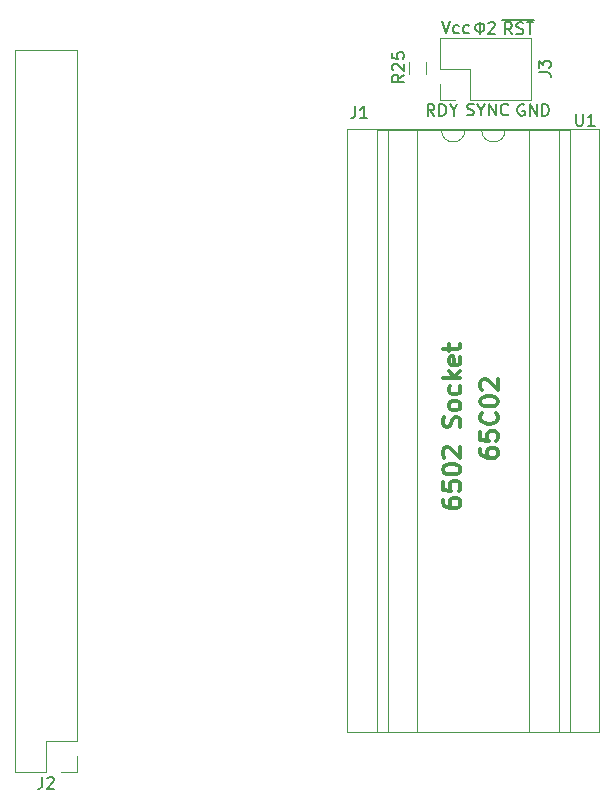
<source format=gbr>
G04 #@! TF.FileFunction,Legend,Top*
%FSLAX46Y46*%
G04 Gerber Fmt 4.6, Leading zero omitted, Abs format (unit mm)*
G04 Created by KiCad (PCBNEW 4.0.7) date 07/29/18 14:17:34*
%MOMM*%
%LPD*%
G01*
G04 APERTURE LIST*
%ADD10C,0.100000*%
%ADD11C,0.200000*%
%ADD12C,0.300000*%
%ADD13C,0.120000*%
%ADD14C,0.150000*%
G04 APERTURE END LIST*
D10*
D11*
X93188096Y-76680000D02*
X93092858Y-76632381D01*
X92950001Y-76632381D01*
X92807143Y-76680000D01*
X92711905Y-76775238D01*
X92664286Y-76870476D01*
X92616667Y-77060952D01*
X92616667Y-77203810D01*
X92664286Y-77394286D01*
X92711905Y-77489524D01*
X92807143Y-77584762D01*
X92950001Y-77632381D01*
X93045239Y-77632381D01*
X93188096Y-77584762D01*
X93235715Y-77537143D01*
X93235715Y-77203810D01*
X93045239Y-77203810D01*
X93664286Y-77632381D02*
X93664286Y-76632381D01*
X94235715Y-77632381D01*
X94235715Y-76632381D01*
X94711905Y-77632381D02*
X94711905Y-76632381D01*
X94950000Y-76632381D01*
X95092858Y-76680000D01*
X95188096Y-76775238D01*
X95235715Y-76870476D01*
X95283334Y-77060952D01*
X95283334Y-77203810D01*
X95235715Y-77394286D01*
X95188096Y-77489524D01*
X95092858Y-77584762D01*
X94950000Y-77632381D01*
X94711905Y-77632381D01*
X88351905Y-77554762D02*
X88494762Y-77602381D01*
X88732858Y-77602381D01*
X88828096Y-77554762D01*
X88875715Y-77507143D01*
X88923334Y-77411905D01*
X88923334Y-77316667D01*
X88875715Y-77221429D01*
X88828096Y-77173810D01*
X88732858Y-77126190D01*
X88542381Y-77078571D01*
X88447143Y-77030952D01*
X88399524Y-76983333D01*
X88351905Y-76888095D01*
X88351905Y-76792857D01*
X88399524Y-76697619D01*
X88447143Y-76650000D01*
X88542381Y-76602381D01*
X88780477Y-76602381D01*
X88923334Y-76650000D01*
X89542381Y-77126190D02*
X89542381Y-77602381D01*
X89209048Y-76602381D02*
X89542381Y-77126190D01*
X89875715Y-76602381D01*
X90209048Y-77602381D02*
X90209048Y-76602381D01*
X90780477Y-77602381D01*
X90780477Y-76602381D01*
X91828096Y-77507143D02*
X91780477Y-77554762D01*
X91637620Y-77602381D01*
X91542382Y-77602381D01*
X91399524Y-77554762D01*
X91304286Y-77459524D01*
X91256667Y-77364286D01*
X91209048Y-77173810D01*
X91209048Y-77030952D01*
X91256667Y-76840476D01*
X91304286Y-76745238D01*
X91399524Y-76650000D01*
X91542382Y-76602381D01*
X91637620Y-76602381D01*
X91780477Y-76650000D01*
X91828096Y-76697619D01*
X85590953Y-77642381D02*
X85257619Y-77166190D01*
X85019524Y-77642381D02*
X85019524Y-76642381D01*
X85400477Y-76642381D01*
X85495715Y-76690000D01*
X85543334Y-76737619D01*
X85590953Y-76832857D01*
X85590953Y-76975714D01*
X85543334Y-77070952D01*
X85495715Y-77118571D01*
X85400477Y-77166190D01*
X85019524Y-77166190D01*
X86019524Y-77642381D02*
X86019524Y-76642381D01*
X86257619Y-76642381D01*
X86400477Y-76690000D01*
X86495715Y-76785238D01*
X86543334Y-76880476D01*
X86590953Y-77070952D01*
X86590953Y-77213810D01*
X86543334Y-77404286D01*
X86495715Y-77499524D01*
X86400477Y-77594762D01*
X86257619Y-77642381D01*
X86019524Y-77642381D01*
X87210000Y-77166190D02*
X87210000Y-77642381D01*
X86876667Y-76642381D02*
X87210000Y-77166190D01*
X87543334Y-76642381D01*
X92152381Y-70722381D02*
X91819047Y-70246190D01*
X91580952Y-70722381D02*
X91580952Y-69722381D01*
X91961905Y-69722381D01*
X92057143Y-69770000D01*
X92104762Y-69817619D01*
X92152381Y-69912857D01*
X92152381Y-70055714D01*
X92104762Y-70150952D01*
X92057143Y-70198571D01*
X91961905Y-70246190D01*
X91580952Y-70246190D01*
X92533333Y-70674762D02*
X92676190Y-70722381D01*
X92914286Y-70722381D01*
X93009524Y-70674762D01*
X93057143Y-70627143D01*
X93104762Y-70531905D01*
X93104762Y-70436667D01*
X93057143Y-70341429D01*
X93009524Y-70293810D01*
X92914286Y-70246190D01*
X92723809Y-70198571D01*
X92628571Y-70150952D01*
X92580952Y-70103333D01*
X92533333Y-70008095D01*
X92533333Y-69912857D01*
X92580952Y-69817619D01*
X92628571Y-69770000D01*
X92723809Y-69722381D01*
X92961905Y-69722381D01*
X93104762Y-69770000D01*
X93390476Y-69722381D02*
X93961905Y-69722381D01*
X93676190Y-70722381D02*
X93676190Y-69722381D01*
X91342857Y-69550000D02*
X94057143Y-69550000D01*
X89433810Y-70692381D02*
X89433810Y-69692381D01*
X89338571Y-69835238D02*
X89529048Y-69835238D01*
X89671905Y-69882857D01*
X89767143Y-69978095D01*
X89814762Y-70073333D01*
X89814762Y-70263810D01*
X89767143Y-70359048D01*
X89671905Y-70454286D01*
X89529048Y-70501905D01*
X89338571Y-70501905D01*
X89195714Y-70454286D01*
X89100476Y-70359048D01*
X89052857Y-70263810D01*
X89052857Y-70073333D01*
X89100476Y-69978095D01*
X89195714Y-69882857D01*
X89338571Y-69835238D01*
X90148095Y-69787619D02*
X90195714Y-69740000D01*
X90290952Y-69692381D01*
X90529048Y-69692381D01*
X90624286Y-69740000D01*
X90671905Y-69787619D01*
X90719524Y-69882857D01*
X90719524Y-69978095D01*
X90671905Y-70120952D01*
X90100476Y-70692381D01*
X90719524Y-70692381D01*
X86209524Y-69642381D02*
X86542857Y-70642381D01*
X86876191Y-69642381D01*
X87638096Y-70594762D02*
X87542858Y-70642381D01*
X87352381Y-70642381D01*
X87257143Y-70594762D01*
X87209524Y-70547143D01*
X87161905Y-70451905D01*
X87161905Y-70166190D01*
X87209524Y-70070952D01*
X87257143Y-70023333D01*
X87352381Y-69975714D01*
X87542858Y-69975714D01*
X87638096Y-70023333D01*
X88495239Y-70594762D02*
X88400001Y-70642381D01*
X88209524Y-70642381D01*
X88114286Y-70594762D01*
X88066667Y-70547143D01*
X88019048Y-70451905D01*
X88019048Y-70166190D01*
X88066667Y-70070952D01*
X88114286Y-70023333D01*
X88209524Y-69975714D01*
X88400001Y-69975714D01*
X88495239Y-70023333D01*
D12*
X89478571Y-105877142D02*
X89478571Y-106162856D01*
X89550000Y-106305713D01*
X89621429Y-106377142D01*
X89835714Y-106519999D01*
X90121429Y-106591428D01*
X90692857Y-106591428D01*
X90835714Y-106519999D01*
X90907143Y-106448571D01*
X90978571Y-106305713D01*
X90978571Y-106019999D01*
X90907143Y-105877142D01*
X90835714Y-105805713D01*
X90692857Y-105734285D01*
X90335714Y-105734285D01*
X90192857Y-105805713D01*
X90121429Y-105877142D01*
X90050000Y-106019999D01*
X90050000Y-106305713D01*
X90121429Y-106448571D01*
X90192857Y-106519999D01*
X90335714Y-106591428D01*
X89478571Y-104377142D02*
X89478571Y-105091428D01*
X90192857Y-105162857D01*
X90121429Y-105091428D01*
X90050000Y-104948571D01*
X90050000Y-104591428D01*
X90121429Y-104448571D01*
X90192857Y-104377142D01*
X90335714Y-104305714D01*
X90692857Y-104305714D01*
X90835714Y-104377142D01*
X90907143Y-104448571D01*
X90978571Y-104591428D01*
X90978571Y-104948571D01*
X90907143Y-105091428D01*
X90835714Y-105162857D01*
X90835714Y-102805714D02*
X90907143Y-102877143D01*
X90978571Y-103091429D01*
X90978571Y-103234286D01*
X90907143Y-103448571D01*
X90764286Y-103591429D01*
X90621429Y-103662857D01*
X90335714Y-103734286D01*
X90121429Y-103734286D01*
X89835714Y-103662857D01*
X89692857Y-103591429D01*
X89550000Y-103448571D01*
X89478571Y-103234286D01*
X89478571Y-103091429D01*
X89550000Y-102877143D01*
X89621429Y-102805714D01*
X89478571Y-101877143D02*
X89478571Y-101734286D01*
X89550000Y-101591429D01*
X89621429Y-101520000D01*
X89764286Y-101448571D01*
X90050000Y-101377143D01*
X90407143Y-101377143D01*
X90692857Y-101448571D01*
X90835714Y-101520000D01*
X90907143Y-101591429D01*
X90978571Y-101734286D01*
X90978571Y-101877143D01*
X90907143Y-102020000D01*
X90835714Y-102091429D01*
X90692857Y-102162857D01*
X90407143Y-102234286D01*
X90050000Y-102234286D01*
X89764286Y-102162857D01*
X89621429Y-102091429D01*
X89550000Y-102020000D01*
X89478571Y-101877143D01*
X89621429Y-100805715D02*
X89550000Y-100734286D01*
X89478571Y-100591429D01*
X89478571Y-100234286D01*
X89550000Y-100091429D01*
X89621429Y-100020000D01*
X89764286Y-99948572D01*
X89907143Y-99948572D01*
X90121429Y-100020000D01*
X90978571Y-100877143D01*
X90978571Y-99948572D01*
X86298571Y-110132856D02*
X86298571Y-110418570D01*
X86370000Y-110561427D01*
X86441429Y-110632856D01*
X86655714Y-110775713D01*
X86941429Y-110847142D01*
X87512857Y-110847142D01*
X87655714Y-110775713D01*
X87727143Y-110704285D01*
X87798571Y-110561427D01*
X87798571Y-110275713D01*
X87727143Y-110132856D01*
X87655714Y-110061427D01*
X87512857Y-109989999D01*
X87155714Y-109989999D01*
X87012857Y-110061427D01*
X86941429Y-110132856D01*
X86870000Y-110275713D01*
X86870000Y-110561427D01*
X86941429Y-110704285D01*
X87012857Y-110775713D01*
X87155714Y-110847142D01*
X86298571Y-108632856D02*
X86298571Y-109347142D01*
X87012857Y-109418571D01*
X86941429Y-109347142D01*
X86870000Y-109204285D01*
X86870000Y-108847142D01*
X86941429Y-108704285D01*
X87012857Y-108632856D01*
X87155714Y-108561428D01*
X87512857Y-108561428D01*
X87655714Y-108632856D01*
X87727143Y-108704285D01*
X87798571Y-108847142D01*
X87798571Y-109204285D01*
X87727143Y-109347142D01*
X87655714Y-109418571D01*
X86298571Y-107632857D02*
X86298571Y-107490000D01*
X86370000Y-107347143D01*
X86441429Y-107275714D01*
X86584286Y-107204285D01*
X86870000Y-107132857D01*
X87227143Y-107132857D01*
X87512857Y-107204285D01*
X87655714Y-107275714D01*
X87727143Y-107347143D01*
X87798571Y-107490000D01*
X87798571Y-107632857D01*
X87727143Y-107775714D01*
X87655714Y-107847143D01*
X87512857Y-107918571D01*
X87227143Y-107990000D01*
X86870000Y-107990000D01*
X86584286Y-107918571D01*
X86441429Y-107847143D01*
X86370000Y-107775714D01*
X86298571Y-107632857D01*
X86441429Y-106561429D02*
X86370000Y-106490000D01*
X86298571Y-106347143D01*
X86298571Y-105990000D01*
X86370000Y-105847143D01*
X86441429Y-105775714D01*
X86584286Y-105704286D01*
X86727143Y-105704286D01*
X86941429Y-105775714D01*
X87798571Y-106632857D01*
X87798571Y-105704286D01*
X87727143Y-103990001D02*
X87798571Y-103775715D01*
X87798571Y-103418572D01*
X87727143Y-103275715D01*
X87655714Y-103204286D01*
X87512857Y-103132858D01*
X87370000Y-103132858D01*
X87227143Y-103204286D01*
X87155714Y-103275715D01*
X87084286Y-103418572D01*
X87012857Y-103704286D01*
X86941429Y-103847144D01*
X86870000Y-103918572D01*
X86727143Y-103990001D01*
X86584286Y-103990001D01*
X86441429Y-103918572D01*
X86370000Y-103847144D01*
X86298571Y-103704286D01*
X86298571Y-103347144D01*
X86370000Y-103132858D01*
X87798571Y-102275715D02*
X87727143Y-102418573D01*
X87655714Y-102490001D01*
X87512857Y-102561430D01*
X87084286Y-102561430D01*
X86941429Y-102490001D01*
X86870000Y-102418573D01*
X86798571Y-102275715D01*
X86798571Y-102061430D01*
X86870000Y-101918573D01*
X86941429Y-101847144D01*
X87084286Y-101775715D01*
X87512857Y-101775715D01*
X87655714Y-101847144D01*
X87727143Y-101918573D01*
X87798571Y-102061430D01*
X87798571Y-102275715D01*
X87727143Y-100490001D02*
X87798571Y-100632858D01*
X87798571Y-100918572D01*
X87727143Y-101061430D01*
X87655714Y-101132858D01*
X87512857Y-101204287D01*
X87084286Y-101204287D01*
X86941429Y-101132858D01*
X86870000Y-101061430D01*
X86798571Y-100918572D01*
X86798571Y-100632858D01*
X86870000Y-100490001D01*
X87798571Y-99847144D02*
X86298571Y-99847144D01*
X87227143Y-99704287D02*
X87798571Y-99275716D01*
X86798571Y-99275716D02*
X87370000Y-99847144D01*
X87727143Y-98061430D02*
X87798571Y-98204287D01*
X87798571Y-98490001D01*
X87727143Y-98632858D01*
X87584286Y-98704287D01*
X87012857Y-98704287D01*
X86870000Y-98632858D01*
X86798571Y-98490001D01*
X86798571Y-98204287D01*
X86870000Y-98061430D01*
X87012857Y-97990001D01*
X87155714Y-97990001D01*
X87298571Y-98704287D01*
X86798571Y-97561430D02*
X86798571Y-96990001D01*
X86298571Y-97347144D02*
X87584286Y-97347144D01*
X87727143Y-97275716D01*
X87798571Y-97132858D01*
X87798571Y-96990001D01*
D13*
X88180000Y-78840000D02*
G75*
G02X86180000Y-78840000I-1000000J0D01*
G01*
X86180000Y-78840000D02*
X80720000Y-78840000D01*
X80720000Y-78840000D02*
X80720000Y-129760000D01*
X80720000Y-129760000D02*
X93640000Y-129760000D01*
X93640000Y-129760000D02*
X93640000Y-78840000D01*
X93640000Y-78840000D02*
X88180000Y-78840000D01*
X78230000Y-78780000D02*
X78230000Y-129820000D01*
X78230000Y-129820000D02*
X96130000Y-129820000D01*
X96130000Y-129820000D02*
X96130000Y-78780000D01*
X96130000Y-78780000D02*
X78230000Y-78780000D01*
X55310000Y-72080000D02*
X50110000Y-72080000D01*
X55310000Y-130560000D02*
X55310000Y-72080000D01*
X50110000Y-133160000D02*
X50110000Y-72080000D01*
X55310000Y-130560000D02*
X52710000Y-130560000D01*
X52710000Y-130560000D02*
X52710000Y-133160000D01*
X52710000Y-133160000D02*
X50110000Y-133160000D01*
X55310000Y-131830000D02*
X55310000Y-133160000D01*
X55310000Y-133160000D02*
X53980000Y-133160000D01*
X93780000Y-76270000D02*
X93780000Y-71070000D01*
X88640000Y-76270000D02*
X93780000Y-76270000D01*
X86040000Y-71070000D02*
X93780000Y-71070000D01*
X88640000Y-76270000D02*
X88640000Y-73670000D01*
X88640000Y-73670000D02*
X86040000Y-73670000D01*
X86040000Y-73670000D02*
X86040000Y-71070000D01*
X87370000Y-76270000D02*
X86040000Y-76270000D01*
X86040000Y-76270000D02*
X86040000Y-74940000D01*
X83480000Y-74070000D02*
X83480000Y-73070000D01*
X84840000Y-73070000D02*
X84840000Y-74070000D01*
X91590000Y-78840000D02*
G75*
G02X89590000Y-78840000I-1000000J0D01*
G01*
X89590000Y-78840000D02*
X84130000Y-78840000D01*
X84130000Y-78840000D02*
X84130000Y-129760000D01*
X84130000Y-129760000D02*
X97050000Y-129760000D01*
X97050000Y-129760000D02*
X97050000Y-78840000D01*
X97050000Y-78840000D02*
X91590000Y-78840000D01*
X81640000Y-78780000D02*
X81640000Y-129820000D01*
X81640000Y-129820000D02*
X99540000Y-129820000D01*
X99540000Y-129820000D02*
X99540000Y-78780000D01*
X99540000Y-78780000D02*
X81640000Y-78780000D01*
D14*
X78876667Y-76822381D02*
X78876667Y-77536667D01*
X78829047Y-77679524D01*
X78733809Y-77774762D01*
X78590952Y-77822381D01*
X78495714Y-77822381D01*
X79876667Y-77822381D02*
X79305238Y-77822381D01*
X79590952Y-77822381D02*
X79590952Y-76822381D01*
X79495714Y-76965238D01*
X79400476Y-77060476D01*
X79305238Y-77108095D01*
X52376667Y-133612381D02*
X52376667Y-134326667D01*
X52329047Y-134469524D01*
X52233809Y-134564762D01*
X52090952Y-134612381D01*
X51995714Y-134612381D01*
X52805238Y-133707619D02*
X52852857Y-133660000D01*
X52948095Y-133612381D01*
X53186191Y-133612381D01*
X53281429Y-133660000D01*
X53329048Y-133707619D01*
X53376667Y-133802857D01*
X53376667Y-133898095D01*
X53329048Y-134040952D01*
X52757619Y-134612381D01*
X53376667Y-134612381D01*
X94422381Y-73953333D02*
X95136667Y-73953333D01*
X95279524Y-74000953D01*
X95374762Y-74096191D01*
X95422381Y-74239048D01*
X95422381Y-74334286D01*
X94422381Y-73572381D02*
X94422381Y-72953333D01*
X94803333Y-73286667D01*
X94803333Y-73143809D01*
X94850952Y-73048571D01*
X94898571Y-73000952D01*
X94993810Y-72953333D01*
X95231905Y-72953333D01*
X95327143Y-73000952D01*
X95374762Y-73048571D01*
X95422381Y-73143809D01*
X95422381Y-73429524D01*
X95374762Y-73524762D01*
X95327143Y-73572381D01*
X83012381Y-74152857D02*
X82536190Y-74486191D01*
X83012381Y-74724286D02*
X82012381Y-74724286D01*
X82012381Y-74343333D01*
X82060000Y-74248095D01*
X82107619Y-74200476D01*
X82202857Y-74152857D01*
X82345714Y-74152857D01*
X82440952Y-74200476D01*
X82488571Y-74248095D01*
X82536190Y-74343333D01*
X82536190Y-74724286D01*
X82107619Y-73771905D02*
X82060000Y-73724286D01*
X82012381Y-73629048D01*
X82012381Y-73390952D01*
X82060000Y-73295714D01*
X82107619Y-73248095D01*
X82202857Y-73200476D01*
X82298095Y-73200476D01*
X82440952Y-73248095D01*
X83012381Y-73819524D01*
X83012381Y-73200476D01*
X82012381Y-72295714D02*
X82012381Y-72771905D01*
X82488571Y-72819524D01*
X82440952Y-72771905D01*
X82393333Y-72676667D01*
X82393333Y-72438571D01*
X82440952Y-72343333D01*
X82488571Y-72295714D01*
X82583810Y-72248095D01*
X82821905Y-72248095D01*
X82917143Y-72295714D01*
X82964762Y-72343333D01*
X83012381Y-72438571D01*
X83012381Y-72676667D01*
X82964762Y-72771905D01*
X82917143Y-72819524D01*
X97588095Y-77462381D02*
X97588095Y-78271905D01*
X97635714Y-78367143D01*
X97683333Y-78414762D01*
X97778571Y-78462381D01*
X97969048Y-78462381D01*
X98064286Y-78414762D01*
X98111905Y-78367143D01*
X98159524Y-78271905D01*
X98159524Y-77462381D01*
X99159524Y-78462381D02*
X98588095Y-78462381D01*
X98873809Y-78462381D02*
X98873809Y-77462381D01*
X98778571Y-77605238D01*
X98683333Y-77700476D01*
X98588095Y-77748095D01*
M02*

</source>
